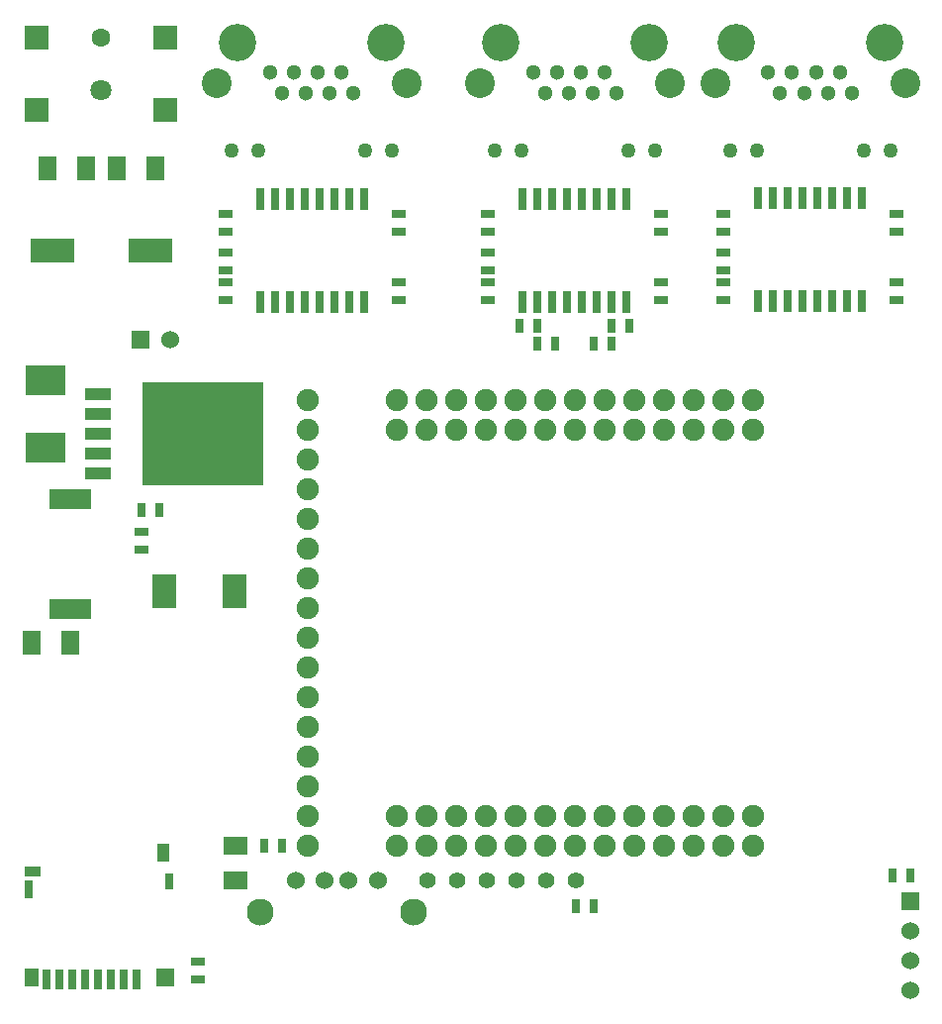
<source format=gts>
G04 (created by PCBNEW (2013-mar-13)-stable) date Thu 11 Jun 2015 06:02:21 PM CEST*
%MOIN*%
G04 Gerber Fmt 3.4, Leading zero omitted, Abs format*
%FSLAX34Y34*%
G01*
G70*
G90*
G04 APERTURE LIST*
%ADD10C,0.005906*%
%ADD11R,0.060000X0.080000*%
%ADD12R,0.149606X0.080000*%
%ADD13R,0.137800X0.098400*%
%ADD14R,0.140200X0.070100*%
%ADD15R,0.045000X0.025000*%
%ADD16R,0.025000X0.045000*%
%ADD17R,0.090000X0.042000*%
%ADD18R,0.409800X0.350000*%
%ADD19C,0.051181*%
%ADD20C,0.125984*%
%ADD21C,0.100000*%
%ADD22C,0.050000*%
%ADD23R,0.031500X0.074800*%
%ADD24R,0.060000X0.060000*%
%ADD25C,0.060000*%
%ADD26R,0.078740X0.118110*%
%ADD27C,0.075000*%
%ADD28R,0.027559X0.068898*%
%ADD29R,0.059055X0.059055*%
%ADD30R,0.051181X0.059055*%
%ADD31R,0.031496X0.059055*%
%ADD32R,0.031496X0.055118*%
%ADD33R,0.058071X0.035433*%
%ADD34R,0.039370X0.061024*%
%ADD35R,0.078740X0.078740*%
%ADD36C,0.062992*%
%ADD37C,0.070866*%
%ADD38C,0.055100*%
%ADD39C,0.090551*%
%ADD40R,0.078700X0.062992*%
G04 APERTURE END LIST*
G54D10*
G54D11*
X41988Y-26048D03*
X40688Y-26048D03*
X43050Y-26046D03*
X44350Y-26046D03*
G54D12*
X40866Y-28812D03*
X44173Y-28812D03*
G54D11*
X41460Y-41994D03*
X40160Y-41994D03*
G54D13*
X40638Y-33180D03*
X40638Y-35444D03*
G54D14*
X41462Y-37176D03*
X41462Y-40876D03*
G54D15*
X43876Y-38870D03*
X43876Y-38270D03*
G54D16*
X43876Y-37554D03*
X44476Y-37554D03*
G54D17*
X42401Y-34966D03*
X42401Y-35635D03*
X42401Y-36305D03*
X42401Y-34297D03*
X42401Y-33627D03*
G54D18*
X45940Y-34966D03*
G54D19*
X49003Y-22812D03*
X50208Y-23512D03*
X49405Y-23512D03*
X48200Y-22812D03*
X48602Y-23512D03*
X49807Y-22812D03*
X51011Y-23512D03*
X50610Y-22812D03*
G54D20*
X52106Y-21812D03*
X47106Y-21812D03*
G54D21*
X52807Y-23162D03*
X46405Y-23162D03*
G54D22*
X52307Y-25426D03*
X51405Y-25426D03*
X47807Y-25426D03*
X46905Y-25426D03*
G54D19*
X57862Y-22812D03*
X59066Y-23512D03*
X58263Y-23512D03*
X57059Y-22812D03*
X57460Y-23512D03*
X58665Y-22812D03*
X59870Y-23512D03*
X59468Y-22812D03*
G54D20*
X60964Y-21812D03*
X55964Y-21812D03*
G54D21*
X61665Y-23162D03*
X55263Y-23162D03*
G54D22*
X61165Y-25426D03*
X60263Y-25426D03*
X56665Y-25426D03*
X55763Y-25426D03*
G54D23*
X49356Y-30536D03*
X49856Y-30536D03*
X50356Y-30536D03*
X48856Y-30536D03*
X50856Y-30536D03*
X48356Y-30536D03*
X47856Y-30536D03*
X51356Y-30536D03*
X47856Y-27088D03*
X51356Y-27088D03*
X50856Y-27088D03*
X50356Y-27088D03*
X49856Y-27088D03*
X49356Y-27088D03*
X48856Y-27088D03*
X48356Y-27088D03*
G54D15*
X46690Y-29858D03*
X46690Y-30458D03*
X52522Y-29858D03*
X52522Y-30458D03*
X46690Y-28882D03*
X46690Y-29482D03*
X52522Y-27576D03*
X52522Y-28176D03*
X46690Y-28176D03*
X46690Y-27576D03*
G54D19*
X65787Y-22812D03*
X66992Y-23512D03*
X66189Y-23512D03*
X64984Y-22812D03*
X65386Y-23512D03*
X66590Y-22812D03*
X67795Y-23512D03*
X67393Y-22812D03*
G54D20*
X68890Y-21812D03*
X63890Y-21812D03*
G54D21*
X69590Y-23162D03*
X63189Y-23162D03*
G54D22*
X69090Y-25426D03*
X68189Y-25426D03*
X64590Y-25426D03*
X63689Y-25426D03*
G54D23*
X58214Y-30536D03*
X58714Y-30536D03*
X59214Y-30536D03*
X57714Y-30536D03*
X59714Y-30536D03*
X57214Y-30536D03*
X56714Y-30536D03*
X60214Y-30536D03*
X56714Y-27088D03*
X60214Y-27088D03*
X59714Y-27088D03*
X59214Y-27088D03*
X58714Y-27088D03*
X58214Y-27088D03*
X57714Y-27088D03*
X57214Y-27088D03*
X66140Y-30494D03*
X66640Y-30494D03*
X67140Y-30494D03*
X65640Y-30494D03*
X67640Y-30494D03*
X65140Y-30494D03*
X64640Y-30494D03*
X68140Y-30494D03*
X64640Y-27046D03*
X68140Y-27046D03*
X67640Y-27046D03*
X67140Y-27046D03*
X66640Y-27046D03*
X66140Y-27046D03*
X65640Y-27046D03*
X65140Y-27046D03*
G54D15*
X55548Y-29858D03*
X55548Y-30458D03*
X61380Y-29858D03*
X61380Y-30458D03*
X63474Y-29858D03*
X63474Y-30458D03*
X69306Y-29858D03*
X69306Y-30458D03*
G54D24*
X43830Y-31800D03*
G54D25*
X44830Y-31800D03*
G54D26*
X44628Y-40290D03*
X46991Y-40290D03*
G54D27*
X52465Y-47840D03*
X52465Y-48840D03*
X53465Y-47840D03*
X53465Y-48840D03*
X54465Y-47840D03*
X54465Y-48840D03*
X55465Y-47840D03*
X55465Y-48840D03*
X56465Y-47840D03*
X56465Y-48840D03*
X57465Y-47840D03*
X57465Y-48840D03*
X58465Y-47840D03*
X58465Y-48840D03*
X59465Y-47840D03*
X59465Y-48840D03*
X60465Y-47840D03*
X60465Y-48840D03*
X61465Y-47840D03*
X61465Y-48840D03*
X62465Y-47840D03*
X62465Y-48840D03*
X63465Y-47840D03*
X63465Y-48840D03*
X64465Y-47840D03*
X64465Y-48840D03*
X52465Y-33840D03*
X52465Y-34840D03*
X53465Y-33840D03*
X53465Y-34840D03*
X54465Y-33840D03*
X54465Y-34840D03*
X55465Y-33840D03*
X55465Y-34840D03*
X56465Y-33840D03*
X56465Y-34840D03*
X57465Y-33840D03*
X57465Y-34840D03*
X58465Y-33840D03*
X58465Y-34840D03*
X59465Y-33840D03*
X59465Y-34840D03*
X60465Y-33840D03*
X60465Y-34840D03*
X61465Y-33840D03*
X61465Y-34840D03*
X62465Y-33840D03*
X62465Y-34840D03*
X63465Y-33840D03*
X63465Y-34840D03*
X64465Y-33840D03*
X64465Y-34840D03*
X49465Y-33840D03*
X49465Y-34840D03*
X49465Y-35840D03*
X49465Y-36840D03*
X49465Y-37840D03*
X49465Y-38840D03*
X49465Y-39840D03*
X49465Y-40840D03*
X49465Y-41840D03*
X49465Y-42840D03*
X49465Y-43840D03*
X49465Y-44840D03*
X49465Y-45840D03*
X49465Y-46840D03*
X49465Y-47840D03*
X49465Y-48840D03*
G54D15*
X61380Y-27576D03*
X61380Y-28176D03*
X55548Y-28176D03*
X55548Y-27576D03*
X69306Y-27576D03*
X69306Y-28176D03*
X63474Y-28176D03*
X63474Y-27576D03*
X55548Y-28882D03*
X55548Y-29482D03*
X63474Y-28882D03*
X63474Y-29482D03*
G54D16*
X57214Y-31326D03*
X56614Y-31326D03*
X57814Y-31930D03*
X57214Y-31930D03*
X59715Y-31930D03*
X59115Y-31930D03*
X60315Y-31326D03*
X59715Y-31326D03*
G54D28*
X43699Y-53336D03*
X43266Y-53336D03*
X42833Y-53336D03*
X42400Y-53336D03*
X41967Y-53336D03*
X41534Y-53336D03*
X41101Y-53336D03*
X40668Y-53336D03*
G54D29*
X44664Y-53287D03*
G54D30*
X40156Y-53287D03*
G54D31*
X40087Y-50294D03*
G54D32*
X44792Y-50039D03*
G54D33*
X40220Y-49704D03*
G54D34*
X44595Y-49084D03*
G54D24*
X69755Y-50720D03*
G54D25*
X69755Y-51720D03*
X69755Y-52720D03*
X69755Y-53720D03*
G54D35*
X44685Y-21653D03*
X40354Y-21653D03*
G54D36*
X42519Y-21653D03*
G54D35*
X44685Y-24074D03*
X40354Y-24074D03*
G54D37*
X42519Y-23424D03*
G54D38*
X58500Y-50000D03*
X57500Y-50000D03*
X56500Y-50000D03*
X55500Y-50000D03*
X54500Y-50000D03*
X53500Y-50000D03*
G54D39*
X47858Y-51058D03*
X53031Y-51058D03*
G54D25*
X51822Y-49995D03*
X50838Y-49995D03*
X50051Y-49995D03*
X49067Y-49995D03*
G54D15*
X45773Y-53332D03*
X45773Y-52732D03*
G54D16*
X69755Y-49836D03*
X69155Y-49836D03*
X48012Y-48840D03*
X48612Y-48840D03*
G54D40*
X47037Y-48840D03*
X47037Y-50021D03*
G54D16*
X58496Y-50868D03*
X59096Y-50868D03*
M02*

</source>
